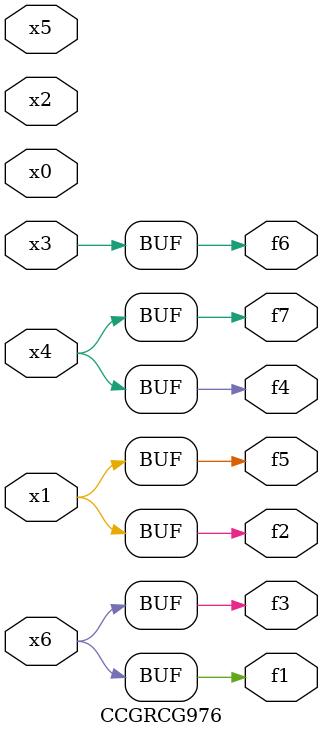
<source format=v>
module CCGRCG976(
	input x0, x1, x2, x3, x4, x5, x6,
	output f1, f2, f3, f4, f5, f6, f7
);
	assign f1 = x6;
	assign f2 = x1;
	assign f3 = x6;
	assign f4 = x4;
	assign f5 = x1;
	assign f6 = x3;
	assign f7 = x4;
endmodule

</source>
